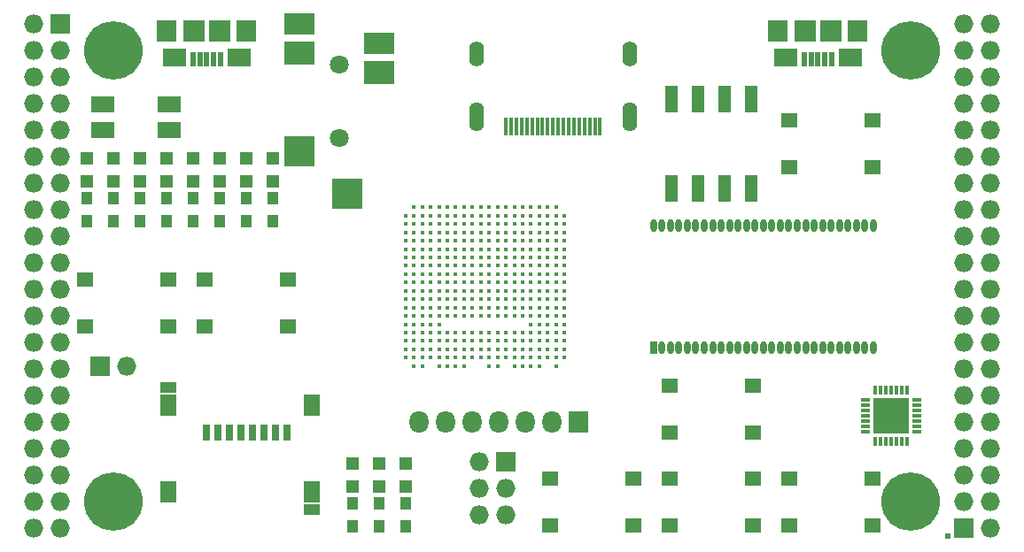
<source format=gts>
G04 #@! TF.FileFunction,Soldermask,Top*
%FSLAX46Y46*%
G04 Gerber Fmt 4.6, Leading zero omitted, Abs format (unit mm)*
G04 Created by KiCad (PCBNEW 4.0.7+dfsg1-1) date Thu Dec  7 22:47:19 2017*
%MOMM*%
%LPD*%
G01*
G04 APERTURE LIST*
%ADD10C,0.100000*%
%ADD11R,1.827200X1.827200*%
%ADD12O,1.827200X1.827200*%
%ADD13R,0.600000X0.600000*%
%ADD14C,5.600000*%
%ADD15R,2.300000X1.500000*%
%ADD16R,1.000000X1.300000*%
%ADD17R,2.200000X1.700000*%
%ADD18R,2.000000X2.000000*%
%ADD19R,0.500000X1.450000*%
%ADD20R,1.900000X2.000000*%
%ADD21O,0.950000X0.400000*%
%ADD22O,0.400000X0.950000*%
%ADD23R,1.775000X1.775000*%
%ADD24R,1.827200X2.132000*%
%ADD25O,1.827200X2.132000*%
%ADD26R,1.650000X1.400000*%
%ADD27R,1.220000X2.540000*%
%ADD28C,0.430000*%
%ADD29R,1.300000X1.300000*%
%ADD30R,2.900000X2.100000*%
%ADD31R,2.900000X2.300000*%
%ADD32R,2.900000X2.900000*%
%ADD33C,1.800000*%
%ADD34O,1.400000X2.800000*%
%ADD35O,1.400000X2.400000*%
%ADD36R,0.350000X1.700000*%
%ADD37R,0.800000X1.600000*%
%ADD38R,1.550000X1.000000*%
%ADD39R,1.550000X2.100000*%
%ADD40O,0.660000X1.200000*%
%ADD41R,0.660000X1.200000*%
G04 APERTURE END LIST*
D10*
D11*
X97910000Y-62690000D03*
D12*
X95370000Y-62690000D03*
X97910000Y-65230000D03*
X95370000Y-65230000D03*
X97910000Y-67770000D03*
X95370000Y-67770000D03*
X97910000Y-70310000D03*
X95370000Y-70310000D03*
X97910000Y-72850000D03*
X95370000Y-72850000D03*
X97910000Y-75390000D03*
X95370000Y-75390000D03*
X97910000Y-77930000D03*
X95370000Y-77930000D03*
X97910000Y-80470000D03*
X95370000Y-80470000D03*
X97910000Y-83010000D03*
X95370000Y-83010000D03*
X97910000Y-85550000D03*
X95370000Y-85550000D03*
X97910000Y-88090000D03*
X95370000Y-88090000D03*
X97910000Y-90630000D03*
X95370000Y-90630000D03*
X97910000Y-93170000D03*
X95370000Y-93170000D03*
X97910000Y-95710000D03*
X95370000Y-95710000D03*
X97910000Y-98250000D03*
X95370000Y-98250000D03*
X97910000Y-100790000D03*
X95370000Y-100790000D03*
X97910000Y-103330000D03*
X95370000Y-103330000D03*
X97910000Y-105870000D03*
X95370000Y-105870000D03*
X97910000Y-108410000D03*
X95370000Y-108410000D03*
X97910000Y-110950000D03*
X95370000Y-110950000D03*
D13*
X182675150Y-111637626D03*
D11*
X184270000Y-110950000D03*
D12*
X186810000Y-110950000D03*
X184270000Y-108410000D03*
X186810000Y-108410000D03*
X184270000Y-105870000D03*
X186810000Y-105870000D03*
X184270000Y-103330000D03*
X186810000Y-103330000D03*
X184270000Y-100790000D03*
X186810000Y-100790000D03*
X184270000Y-98250000D03*
X186810000Y-98250000D03*
X184270000Y-95710000D03*
X186810000Y-95710000D03*
X184270000Y-93170000D03*
X186810000Y-93170000D03*
X184270000Y-90630000D03*
X186810000Y-90630000D03*
X184270000Y-88090000D03*
X186810000Y-88090000D03*
X184270000Y-85550000D03*
X186810000Y-85550000D03*
X184270000Y-83010000D03*
X186810000Y-83010000D03*
X184270000Y-80470000D03*
X186810000Y-80470000D03*
X184270000Y-77930000D03*
X186810000Y-77930000D03*
X184270000Y-75390000D03*
X186810000Y-75390000D03*
X184270000Y-72850000D03*
X186810000Y-72850000D03*
X184270000Y-70310000D03*
X186810000Y-70310000D03*
X184270000Y-67770000D03*
X186810000Y-67770000D03*
X184270000Y-65230000D03*
X186810000Y-65230000D03*
X184270000Y-62690000D03*
X186810000Y-62690000D03*
D14*
X102990000Y-108410000D03*
X179190000Y-108410000D03*
X179190000Y-65230000D03*
X102990000Y-65230000D03*
D15*
X108274000Y-70330000D03*
X101974000Y-70330000D03*
X101974000Y-72830000D03*
X108274000Y-72830000D03*
D11*
X101720000Y-95456000D03*
D12*
X104260000Y-95456000D03*
D16*
X128390000Y-108580000D03*
X128390000Y-110780000D03*
X130930000Y-110780000D03*
X130930000Y-108580000D03*
D17*
X114980000Y-65875000D03*
X108780000Y-65875000D03*
D18*
X113080000Y-63325000D03*
X110680000Y-63325000D03*
D19*
X113180000Y-66000000D03*
X112530000Y-66000000D03*
X111880000Y-66000000D03*
X111230000Y-66000000D03*
X110580000Y-66000000D03*
D20*
X115680000Y-63325000D03*
X108080000Y-63325000D03*
D17*
X173400000Y-65875000D03*
X167200000Y-65875000D03*
D18*
X171500000Y-63325000D03*
X169100000Y-63325000D03*
D19*
X171600000Y-66000000D03*
X170950000Y-66000000D03*
X170300000Y-66000000D03*
X169650000Y-66000000D03*
X169000000Y-66000000D03*
D20*
X174100000Y-63325000D03*
X166500000Y-63325000D03*
D11*
X140455000Y-104600000D03*
D12*
X137915000Y-104600000D03*
X140455000Y-107140000D03*
X137915000Y-107140000D03*
X140455000Y-109680000D03*
X137915000Y-109680000D03*
D16*
X118230000Y-81570000D03*
X118230000Y-79370000D03*
X115690000Y-81570000D03*
X115690000Y-79370000D03*
X113150000Y-81570000D03*
X113150000Y-79370000D03*
X110610000Y-81570000D03*
X110610000Y-79370000D03*
X108070000Y-81570000D03*
X108070000Y-79370000D03*
X105530000Y-81570000D03*
X105530000Y-79370000D03*
X102990000Y-81570000D03*
X102990000Y-79370000D03*
X100450000Y-81570000D03*
X100450000Y-79370000D03*
D21*
X179735000Y-101655000D03*
X179735000Y-101155000D03*
X179735000Y-100655000D03*
X179735000Y-100155000D03*
X179735000Y-99655000D03*
X179735000Y-99155000D03*
X179735000Y-98655000D03*
D22*
X178785000Y-97705000D03*
X178285000Y-97705000D03*
X177785000Y-97705000D03*
X177285000Y-97705000D03*
X176785000Y-97705000D03*
X176285000Y-97705000D03*
X175785000Y-97705000D03*
D21*
X174835000Y-98655000D03*
X174835000Y-99155000D03*
X174835000Y-99655000D03*
X174835000Y-100155000D03*
X174835000Y-100655000D03*
X174835000Y-101155000D03*
X174835000Y-101655000D03*
D22*
X175785000Y-102605000D03*
X176285000Y-102605000D03*
X176785000Y-102605000D03*
X177285000Y-102605000D03*
X177785000Y-102605000D03*
X178285000Y-102605000D03*
X178785000Y-102605000D03*
D23*
X176447500Y-99317500D03*
X176447500Y-100992500D03*
X178122500Y-99317500D03*
X178122500Y-100992500D03*
D24*
X147440000Y-100790000D03*
D25*
X144900000Y-100790000D03*
X142360000Y-100790000D03*
X139820000Y-100790000D03*
X137280000Y-100790000D03*
X134740000Y-100790000D03*
X132200000Y-100790000D03*
D26*
X175550000Y-71870000D03*
X175550000Y-76370000D03*
X167590000Y-76370000D03*
X167590000Y-71870000D03*
X100280000Y-91610000D03*
X100280000Y-87110000D03*
X108240000Y-87110000D03*
X108240000Y-91610000D03*
X111710000Y-91610000D03*
X111710000Y-87110000D03*
X119670000Y-87110000D03*
X119670000Y-91610000D03*
X156160000Y-101770000D03*
X156160000Y-97270000D03*
X164120000Y-97270000D03*
X164120000Y-101770000D03*
X164120000Y-106160000D03*
X164120000Y-110660000D03*
X156160000Y-110660000D03*
X156160000Y-106160000D03*
X152690000Y-106160000D03*
X152690000Y-110660000D03*
X144730000Y-110660000D03*
X144730000Y-106160000D03*
X175550000Y-106160000D03*
X175550000Y-110660000D03*
X167590000Y-110660000D03*
X167590000Y-106160000D03*
D27*
X156330000Y-78425000D03*
X163950000Y-69815000D03*
X158870000Y-78425000D03*
X161410000Y-69815000D03*
X161410000Y-78425000D03*
X158870000Y-69815000D03*
X163950000Y-78425000D03*
X156330000Y-69815000D03*
D28*
X131680000Y-80200000D03*
X132480000Y-80200000D03*
X133280000Y-80200000D03*
X134080000Y-80200000D03*
X134880000Y-80200000D03*
X135680000Y-80200000D03*
X136480000Y-80200000D03*
X137280000Y-80200000D03*
X138080000Y-80200000D03*
X138880000Y-80200000D03*
X139680000Y-80200000D03*
X140480000Y-80200000D03*
X141280000Y-80200000D03*
X142080000Y-80200000D03*
X142880000Y-80200000D03*
X143680000Y-80200000D03*
X144480000Y-80200000D03*
X145280000Y-80200000D03*
X130880000Y-81000000D03*
X131680000Y-81000000D03*
X132480000Y-81000000D03*
X133280000Y-81000000D03*
X134080000Y-81000000D03*
X134880000Y-81000000D03*
X135680000Y-81000000D03*
X136480000Y-81000000D03*
X137280000Y-81000000D03*
X138080000Y-81000000D03*
X138880000Y-81000000D03*
X139680000Y-81000000D03*
X140480000Y-81000000D03*
X141280000Y-81000000D03*
X142080000Y-81000000D03*
X142880000Y-81000000D03*
X143680000Y-81000000D03*
X144480000Y-81000000D03*
X145280000Y-81000000D03*
X146080000Y-81000000D03*
X130880000Y-81800000D03*
X131680000Y-81800000D03*
X132480000Y-81800000D03*
X133280000Y-81800000D03*
X134080000Y-81800000D03*
X134880000Y-81800000D03*
X135680000Y-81800000D03*
X136480000Y-81800000D03*
X137280000Y-81800000D03*
X138080000Y-81800000D03*
X138880000Y-81800000D03*
X139680000Y-81800000D03*
X140480000Y-81800000D03*
X141280000Y-81800000D03*
X142080000Y-81800000D03*
X142880000Y-81800000D03*
X143680000Y-81800000D03*
X144480000Y-81800000D03*
X145280000Y-81800000D03*
X146080000Y-81800000D03*
X130880000Y-82600000D03*
X131680000Y-82600000D03*
X132480000Y-82600000D03*
X133280000Y-82600000D03*
X134080000Y-82600000D03*
X134880000Y-82600000D03*
X135680000Y-82600000D03*
X136480000Y-82600000D03*
X137280000Y-82600000D03*
X138080000Y-82600000D03*
X138880000Y-82600000D03*
X139680000Y-82600000D03*
X140480000Y-82600000D03*
X141280000Y-82600000D03*
X142080000Y-82600000D03*
X142880000Y-82600000D03*
X143680000Y-82600000D03*
X144480000Y-82600000D03*
X145280000Y-82600000D03*
X146080000Y-82600000D03*
X130880000Y-83400000D03*
X131680000Y-83400000D03*
X132480000Y-83400000D03*
X133280000Y-83400000D03*
X134080000Y-83400000D03*
X134880000Y-83400000D03*
X135680000Y-83400000D03*
X136480000Y-83400000D03*
X137280000Y-83400000D03*
X138080000Y-83400000D03*
X138880000Y-83400000D03*
X139680000Y-83400000D03*
X140480000Y-83400000D03*
X141280000Y-83400000D03*
X142080000Y-83400000D03*
X142880000Y-83400000D03*
X143680000Y-83400000D03*
X144480000Y-83400000D03*
X145280000Y-83400000D03*
X146080000Y-83400000D03*
X130880000Y-84200000D03*
X131680000Y-84200000D03*
X132480000Y-84200000D03*
X133280000Y-84200000D03*
X134080000Y-84200000D03*
X134880000Y-84200000D03*
X135680000Y-84200000D03*
X136480000Y-84200000D03*
X137280000Y-84200000D03*
X138080000Y-84200000D03*
X138880000Y-84200000D03*
X139680000Y-84200000D03*
X140480000Y-84200000D03*
X141280000Y-84200000D03*
X142080000Y-84200000D03*
X142880000Y-84200000D03*
X143680000Y-84200000D03*
X144480000Y-84200000D03*
X145280000Y-84200000D03*
X146080000Y-84200000D03*
X130880000Y-85000000D03*
X131680000Y-85000000D03*
X132480000Y-85000000D03*
X133280000Y-85000000D03*
X134080000Y-85000000D03*
X134880000Y-85000000D03*
X135680000Y-85000000D03*
X136480000Y-85000000D03*
X137280000Y-85000000D03*
X138080000Y-85000000D03*
X138880000Y-85000000D03*
X139680000Y-85000000D03*
X140480000Y-85000000D03*
X141280000Y-85000000D03*
X142080000Y-85000000D03*
X142880000Y-85000000D03*
X143680000Y-85000000D03*
X144480000Y-85000000D03*
X145280000Y-85000000D03*
X146080000Y-85000000D03*
X130880000Y-85800000D03*
X131680000Y-85800000D03*
X132480000Y-85800000D03*
X133280000Y-85800000D03*
X134080000Y-85800000D03*
X134880000Y-85800000D03*
X135680000Y-85800000D03*
X136480000Y-85800000D03*
X137280000Y-85800000D03*
X138080000Y-85800000D03*
X138880000Y-85800000D03*
X139680000Y-85800000D03*
X140480000Y-85800000D03*
X141280000Y-85800000D03*
X142080000Y-85800000D03*
X142880000Y-85800000D03*
X143680000Y-85800000D03*
X144480000Y-85800000D03*
X145280000Y-85800000D03*
X146080000Y-85800000D03*
X130880000Y-86600000D03*
X131680000Y-86600000D03*
X132480000Y-86600000D03*
X133280000Y-86600000D03*
X134080000Y-86600000D03*
X134880000Y-86600000D03*
X135680000Y-86600000D03*
X136480000Y-86600000D03*
X137280000Y-86600000D03*
X138080000Y-86600000D03*
X138880000Y-86600000D03*
X139680000Y-86600000D03*
X140480000Y-86600000D03*
X141280000Y-86600000D03*
X142080000Y-86600000D03*
X142880000Y-86600000D03*
X143680000Y-86600000D03*
X144480000Y-86600000D03*
X145280000Y-86600000D03*
X146080000Y-86600000D03*
X130880000Y-87400000D03*
X131680000Y-87400000D03*
X132480000Y-87400000D03*
X133280000Y-87400000D03*
X134080000Y-87400000D03*
X134880000Y-87400000D03*
X135680000Y-87400000D03*
X136480000Y-87400000D03*
X137280000Y-87400000D03*
X138080000Y-87400000D03*
X138880000Y-87400000D03*
X139680000Y-87400000D03*
X140480000Y-87400000D03*
X141280000Y-87400000D03*
X142080000Y-87400000D03*
X142880000Y-87400000D03*
X143680000Y-87400000D03*
X144480000Y-87400000D03*
X145280000Y-87400000D03*
X146080000Y-87400000D03*
X130880000Y-88200000D03*
X131680000Y-88200000D03*
X132480000Y-88200000D03*
X133280000Y-88200000D03*
X134080000Y-88200000D03*
X134880000Y-88200000D03*
X135680000Y-88200000D03*
X136480000Y-88200000D03*
X137280000Y-88200000D03*
X138080000Y-88200000D03*
X138880000Y-88200000D03*
X139680000Y-88200000D03*
X140480000Y-88200000D03*
X141280000Y-88200000D03*
X142080000Y-88200000D03*
X142880000Y-88200000D03*
X143680000Y-88200000D03*
X144480000Y-88200000D03*
X145280000Y-88200000D03*
X146080000Y-88200000D03*
X130880000Y-89000000D03*
X131680000Y-89000000D03*
X132480000Y-89000000D03*
X133280000Y-89000000D03*
X134080000Y-89000000D03*
X134880000Y-89000000D03*
X135680000Y-89000000D03*
X136480000Y-89000000D03*
X137280000Y-89000000D03*
X138080000Y-89000000D03*
X138880000Y-89000000D03*
X139680000Y-89000000D03*
X140480000Y-89000000D03*
X141280000Y-89000000D03*
X142080000Y-89000000D03*
X142880000Y-89000000D03*
X143680000Y-89000000D03*
X144480000Y-89000000D03*
X145280000Y-89000000D03*
X146080000Y-89000000D03*
X130880000Y-89800000D03*
X131680000Y-89800000D03*
X132480000Y-89800000D03*
X133280000Y-89800000D03*
X134080000Y-89800000D03*
X134880000Y-89800000D03*
X135680000Y-89800000D03*
X136480000Y-89800000D03*
X137280000Y-89800000D03*
X138080000Y-89800000D03*
X138880000Y-89800000D03*
X139680000Y-89800000D03*
X140480000Y-89800000D03*
X141280000Y-89800000D03*
X142080000Y-89800000D03*
X142880000Y-89800000D03*
X143680000Y-89800000D03*
X144480000Y-89800000D03*
X145280000Y-89800000D03*
X146080000Y-89800000D03*
X130880000Y-90600000D03*
X131680000Y-90600000D03*
X132480000Y-90600000D03*
X133280000Y-90600000D03*
X134080000Y-90600000D03*
X134880000Y-90600000D03*
X135680000Y-90600000D03*
X136480000Y-90600000D03*
X137280000Y-90600000D03*
X138080000Y-90600000D03*
X138880000Y-90600000D03*
X139680000Y-90600000D03*
X140480000Y-90600000D03*
X141280000Y-90600000D03*
X142080000Y-90600000D03*
X142880000Y-90600000D03*
X143680000Y-90600000D03*
X144480000Y-90600000D03*
X145280000Y-90600000D03*
X146080000Y-90600000D03*
X130880000Y-91400000D03*
X131680000Y-91400000D03*
X132480000Y-91400000D03*
X133280000Y-91400000D03*
X134080000Y-91400000D03*
X142880000Y-91400000D03*
X143680000Y-91400000D03*
X144480000Y-91400000D03*
X145280000Y-91400000D03*
X146080000Y-91400000D03*
X130880000Y-92200000D03*
X131680000Y-92200000D03*
X132480000Y-92200000D03*
X133280000Y-92200000D03*
X134080000Y-92200000D03*
X134880000Y-92200000D03*
X135680000Y-92200000D03*
X136480000Y-92200000D03*
X137280000Y-92200000D03*
X138080000Y-92200000D03*
X138880000Y-92200000D03*
X139680000Y-92200000D03*
X140480000Y-92200000D03*
X141280000Y-92200000D03*
X142080000Y-92200000D03*
X142880000Y-92200000D03*
X143680000Y-92200000D03*
X144480000Y-92200000D03*
X145280000Y-92200000D03*
X146080000Y-92200000D03*
X130880000Y-93000000D03*
X131680000Y-93000000D03*
X132480000Y-93000000D03*
X133280000Y-93000000D03*
X134080000Y-93000000D03*
X134880000Y-93000000D03*
X135680000Y-93000000D03*
X136480000Y-93000000D03*
X137280000Y-93000000D03*
X138080000Y-93000000D03*
X138880000Y-93000000D03*
X139680000Y-93000000D03*
X140480000Y-93000000D03*
X141280000Y-93000000D03*
X142080000Y-93000000D03*
X142880000Y-93000000D03*
X143680000Y-93000000D03*
X144480000Y-93000000D03*
X145280000Y-93000000D03*
X146080000Y-93000000D03*
X130880000Y-93800000D03*
X131680000Y-93800000D03*
X132480000Y-93800000D03*
X133280000Y-93800000D03*
X134080000Y-93800000D03*
X134880000Y-93800000D03*
X135680000Y-93800000D03*
X136480000Y-93800000D03*
X137280000Y-93800000D03*
X138080000Y-93800000D03*
X138880000Y-93800000D03*
X139680000Y-93800000D03*
X140480000Y-93800000D03*
X141280000Y-93800000D03*
X142080000Y-93800000D03*
X142880000Y-93800000D03*
X143680000Y-93800000D03*
X144480000Y-93800000D03*
X145280000Y-93800000D03*
X146080000Y-93800000D03*
X130880000Y-94600000D03*
X131680000Y-94600000D03*
X132480000Y-94600000D03*
X133280000Y-94600000D03*
X134080000Y-94600000D03*
X134880000Y-94600000D03*
X135680000Y-94600000D03*
X136480000Y-94600000D03*
X137280000Y-94600000D03*
X138080000Y-94600000D03*
X138880000Y-94600000D03*
X139680000Y-94600000D03*
X140480000Y-94600000D03*
X141280000Y-94600000D03*
X142080000Y-94600000D03*
X142880000Y-94600000D03*
X143680000Y-94600000D03*
X144480000Y-94600000D03*
X145280000Y-94600000D03*
X146080000Y-94600000D03*
X131680000Y-95400000D03*
X132480000Y-95400000D03*
X134080000Y-95400000D03*
X134880000Y-95400000D03*
X135680000Y-95400000D03*
X136480000Y-95400000D03*
X138880000Y-95400000D03*
X139680000Y-95400000D03*
X141280000Y-95400000D03*
X142080000Y-95400000D03*
X142880000Y-95400000D03*
X143680000Y-95400000D03*
X145280000Y-95400000D03*
D29*
X125850000Y-104770000D03*
X125850000Y-106970000D03*
D16*
X125850000Y-108580000D03*
X125850000Y-110780000D03*
D29*
X128390000Y-104770000D03*
X128390000Y-106970000D03*
X118230000Y-77760000D03*
X118230000Y-75560000D03*
X115690000Y-77760000D03*
X115690000Y-75560000D03*
X113150000Y-77760000D03*
X113150000Y-75560000D03*
X110610000Y-77760000D03*
X110610000Y-75560000D03*
X108070000Y-77760000D03*
X108070000Y-75560000D03*
X105530000Y-77760000D03*
X105530000Y-75560000D03*
X102990000Y-77760000D03*
X102990000Y-75560000D03*
X100450000Y-77760000D03*
X100450000Y-75560000D03*
X130930000Y-104770000D03*
X130930000Y-106970000D03*
D30*
X120780000Y-62648000D03*
D31*
X120780000Y-65448000D03*
D32*
X120780000Y-74848000D03*
X125330000Y-78948000D03*
D31*
X128380000Y-67348000D03*
D30*
X128380000Y-64548000D03*
D33*
X124580000Y-66548000D03*
X124580000Y-73548000D03*
D34*
X152280000Y-71550000D03*
X137680000Y-71550000D03*
D35*
X137680000Y-65500000D03*
D36*
X140480000Y-72500000D03*
X140980000Y-72500000D03*
X141480000Y-72500000D03*
X141980000Y-72500000D03*
X142480000Y-72500000D03*
X142980000Y-72500000D03*
X143480000Y-72500000D03*
X143980000Y-72500000D03*
X144480000Y-72500000D03*
X144980000Y-72500000D03*
X145480000Y-72500000D03*
X145980000Y-72500000D03*
X146480000Y-72500000D03*
X146980000Y-72500000D03*
X147480000Y-72500000D03*
X147980000Y-72500000D03*
X148480000Y-72500000D03*
X148980000Y-72500000D03*
X149480000Y-72500000D03*
D35*
X152280000Y-65500000D03*
D37*
X111850000Y-101750000D03*
X112950000Y-101750000D03*
X114050000Y-101750000D03*
X115150000Y-101750000D03*
X116250000Y-101750000D03*
X117350000Y-101750000D03*
X118450000Y-101750000D03*
X119550000Y-101750000D03*
D38*
X108175000Y-97450000D03*
X121925000Y-109100000D03*
D39*
X121925000Y-99150000D03*
X108175000Y-99150000D03*
X108175000Y-107450000D03*
X121925000Y-107450000D03*
D40*
X175597000Y-81920000D03*
D41*
X154589000Y-93680000D03*
D40*
X155397000Y-93680000D03*
X156205000Y-93680000D03*
X157013000Y-93680000D03*
X157821000Y-93680000D03*
X158629000Y-93680000D03*
X159437000Y-93680000D03*
X160245000Y-93680000D03*
X161053000Y-93680000D03*
X161861000Y-93680000D03*
X162669000Y-93680000D03*
X163477000Y-93680000D03*
X164285000Y-93680000D03*
X165093000Y-93680000D03*
X165901000Y-93680000D03*
X166709000Y-93680000D03*
X167517000Y-93680000D03*
X168325000Y-93680000D03*
X169133000Y-93680000D03*
X169941000Y-93680000D03*
X170749000Y-93680000D03*
X171557000Y-93680000D03*
X172365000Y-93680000D03*
X173173000Y-93680000D03*
X173981000Y-93680000D03*
X174789000Y-93680000D03*
X175597000Y-93680000D03*
X174789000Y-81920000D03*
X173981000Y-81920000D03*
X173173000Y-81920000D03*
X172365000Y-81920000D03*
X171557000Y-81920000D03*
X170749000Y-81920000D03*
X169941000Y-81920000D03*
X169133000Y-81920000D03*
X168325000Y-81920000D03*
X167517000Y-81920000D03*
X166709000Y-81920000D03*
X165901000Y-81920000D03*
X165093000Y-81920000D03*
X164285000Y-81920000D03*
X163477000Y-81920000D03*
X162669000Y-81920000D03*
X161861000Y-81920000D03*
X161053000Y-81920000D03*
X160245000Y-81920000D03*
X159437000Y-81920000D03*
X158629000Y-81920000D03*
X157821000Y-81920000D03*
X157013000Y-81920000D03*
X156205000Y-81920000D03*
X155397000Y-81920000D03*
X154589000Y-81920000D03*
M02*

</source>
